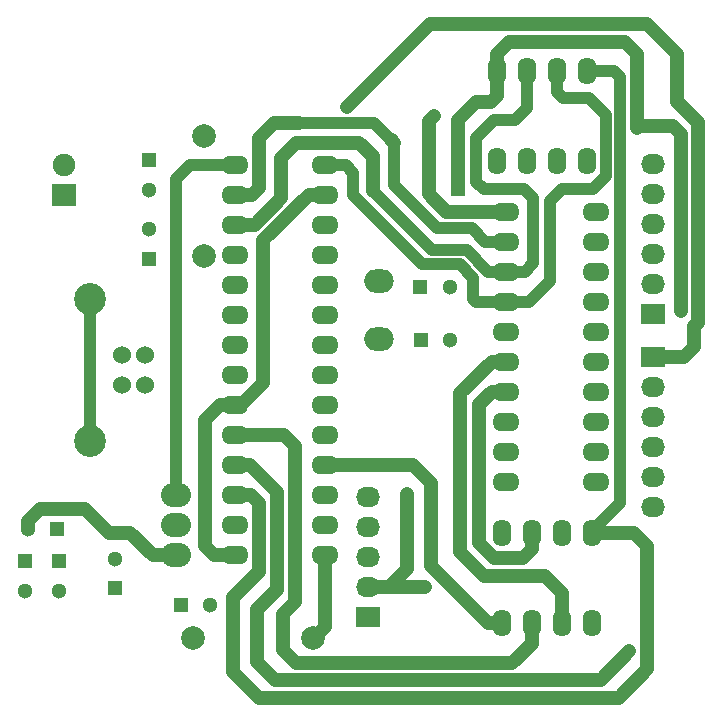
<source format=gbr>
G04 #@! TF.FileFunction,Copper,L1,Top,Signal*
%FSLAX46Y46*%
G04 Gerber Fmt 4.6, Leading zero omitted, Abs format (unit mm)*
G04 Created by KiCad (PCBNEW 4.0.6-e0-6349~53~ubuntu14.04.1) date Sun Apr 30 16:03:09 2017*
%MOMM*%
%LPD*%
G01*
G04 APERTURE LIST*
%ADD10C,0.100000*%
%ADD11R,1.300000X1.300000*%
%ADD12C,1.300000*%
%ADD13R,2.000000X1.900000*%
%ADD14C,1.900000*%
%ADD15C,1.524000*%
%ADD16C,2.700020*%
%ADD17R,2.032000X1.727200*%
%ADD18O,2.032000X1.727200*%
%ADD19C,1.998980*%
%ADD20O,2.300000X1.600000*%
%ADD21O,2.540000X2.032000*%
%ADD22O,1.600000X2.300000*%
%ADD23O,2.499360X1.998980*%
%ADD24C,1.200000*%
%ADD25C,1.200000*%
%ADD26C,1.000000*%
G04 APERTURE END LIST*
D10*
D11*
X114795300Y-117576600D03*
D12*
X117295300Y-117576600D03*
D11*
X114757200Y-113042700D03*
D12*
X117257200Y-113042700D03*
D11*
X117983000Y-104775000D03*
D12*
X115483000Y-104775000D03*
D11*
X91821000Y-110680500D03*
D12*
X91821000Y-108180500D03*
D11*
X94488000Y-139954000D03*
D12*
X96988000Y-139954000D03*
D11*
X91821000Y-102336600D03*
D12*
X91821000Y-104836600D03*
D11*
X88890000Y-138570000D03*
D12*
X88890000Y-136070000D03*
D11*
X81277460Y-136291320D03*
D12*
X81277460Y-138791320D03*
D11*
X84015580Y-133581140D03*
D12*
X81515580Y-133581140D03*
D11*
X84201000Y-136271000D03*
D12*
X84201000Y-138771000D03*
D13*
X84582000Y-105283000D03*
D14*
X84582000Y-102743000D03*
D15*
X91480000Y-118810000D03*
X91480000Y-121350000D03*
X89481020Y-121350000D03*
X89481020Y-118810000D03*
D16*
X86781000Y-114080520D03*
X86781000Y-126079480D03*
D17*
X110307120Y-140985240D03*
D18*
X110307120Y-138445240D03*
X110307120Y-135905240D03*
X110307120Y-133365240D03*
X110307120Y-130825240D03*
D17*
X134467600Y-115364260D03*
D18*
X134467600Y-112824260D03*
X134467600Y-110284260D03*
X134467600Y-107744260D03*
X134467600Y-105204260D03*
X134467600Y-102664260D03*
D17*
X134439660Y-118968520D03*
D18*
X134439660Y-121508520D03*
X134439660Y-124048520D03*
X134439660Y-126588520D03*
X134439660Y-129128520D03*
X134439660Y-131668520D03*
D19*
X95504000Y-142748000D03*
X105664000Y-142748000D03*
X96469200Y-100228400D03*
X96469200Y-110388400D03*
D20*
X106680000Y-135750000D03*
X106680000Y-133210000D03*
X106680000Y-130670000D03*
X106680000Y-128130000D03*
X106680000Y-125590000D03*
X106680000Y-123050000D03*
X106680000Y-120510000D03*
X106680000Y-117970000D03*
X106680000Y-115430000D03*
X106680000Y-112890000D03*
X106680000Y-110350000D03*
X106680000Y-107810000D03*
X106680000Y-105270000D03*
X106680000Y-102730000D03*
X99060000Y-102730000D03*
X99060000Y-105270000D03*
X99060000Y-107810000D03*
X99060000Y-110350000D03*
X99060000Y-112890000D03*
X99060000Y-115430000D03*
X99060000Y-117970000D03*
X99060000Y-120510000D03*
X99060000Y-123050000D03*
X99060000Y-125590000D03*
X99060000Y-128130000D03*
X99060000Y-130670000D03*
X99060000Y-133210000D03*
X99060000Y-135750000D03*
D21*
X94070000Y-133240000D03*
X94070000Y-135780000D03*
X94070000Y-130700000D03*
D22*
X128905000Y-94742000D03*
X126365000Y-94742000D03*
X123825000Y-94742000D03*
X121285000Y-94742000D03*
X121285000Y-102362000D03*
X123825000Y-102362000D03*
X126365000Y-102362000D03*
X128905000Y-102362000D03*
X129286000Y-133858000D03*
X126746000Y-133858000D03*
X124206000Y-133858000D03*
X121666000Y-133858000D03*
X121666000Y-141478000D03*
X124206000Y-141478000D03*
X126746000Y-141478000D03*
X129286000Y-141478000D03*
D20*
X129616200Y-129527300D03*
X129616200Y-126987300D03*
X129616200Y-124447300D03*
X129616200Y-121907300D03*
X129616200Y-119367300D03*
X129616200Y-116827300D03*
X129616200Y-114287300D03*
X129616200Y-111747300D03*
X129616200Y-109207300D03*
X129616200Y-106667300D03*
X121996200Y-106667300D03*
X121996200Y-109207300D03*
X121996200Y-111747300D03*
X121996200Y-114287300D03*
X121996200Y-116827300D03*
X121996200Y-119367300D03*
X121996200Y-121907300D03*
X121996200Y-124447300D03*
X121996200Y-126987300D03*
X121996200Y-129527300D03*
D23*
X111290100Y-117464840D03*
X111290100Y-112582960D03*
D24*
X136794240Y-115112800D03*
X133096000Y-99568000D03*
X113665000Y-130556000D03*
X115189000Y-138430000D03*
X115951000Y-98552000D03*
X108585000Y-97802700D03*
X112369600Y-100604320D03*
X132461000Y-143891000D03*
D25*
X136144000Y-99441000D02*
X136144000Y-99458780D01*
X133096000Y-99568000D02*
X133223000Y-99441000D01*
X133223000Y-99441000D02*
X136144000Y-99441000D01*
X136794240Y-100109020D02*
X136794240Y-115112800D01*
X136144000Y-99458780D02*
X136794240Y-100109020D01*
X133096000Y-99568000D02*
X133096000Y-93345000D01*
X121285000Y-93345000D02*
X121285000Y-94742000D01*
X122301000Y-92329000D02*
X121285000Y-93345000D01*
X132080000Y-92329000D02*
X122301000Y-92329000D01*
X133096000Y-93345000D02*
X132080000Y-92329000D01*
X117983000Y-104775000D02*
X117983000Y-98933000D01*
X117983000Y-98933000D02*
X119507000Y-97409000D01*
X119507000Y-97409000D02*
X120777000Y-97409000D01*
X120777000Y-97409000D02*
X121285000Y-96901000D01*
X121285000Y-96901000D02*
X121285000Y-94742000D01*
X106680000Y-105270000D02*
X105296000Y-105270000D01*
X101473000Y-121158000D02*
X99581000Y-123050000D01*
X101473000Y-109093000D02*
X101473000Y-121158000D01*
X105296000Y-105270000D02*
X101473000Y-109093000D01*
X99581000Y-123050000D02*
X99060000Y-123050000D01*
X110307120Y-138445240D02*
X112125760Y-138445240D01*
X113665000Y-136906000D02*
X113665000Y-130556000D01*
X112125760Y-138445240D02*
X113665000Y-136906000D01*
X115173760Y-138445240D02*
X110307120Y-138445240D01*
X115173760Y-138445240D02*
X115189000Y-138430000D01*
X115483000Y-99020000D02*
X115483000Y-104775000D01*
X115951000Y-98552000D02*
X115483000Y-99020000D01*
X99060000Y-135750000D02*
X97269000Y-135750000D01*
X97803000Y-123050000D02*
X99060000Y-123050000D01*
X96520000Y-124333000D02*
X97803000Y-123050000D01*
X96520000Y-135001000D02*
X96520000Y-124333000D01*
X97269000Y-135750000D02*
X96520000Y-135001000D01*
X115483000Y-104775000D02*
X115483000Y-105196000D01*
X115483000Y-105196000D02*
X116954300Y-106667300D01*
X116954300Y-106667300D02*
X121996200Y-106667300D01*
X81515580Y-133581140D02*
X81515580Y-132860420D01*
X81515580Y-132860420D02*
X82550000Y-131826000D01*
X82550000Y-131826000D02*
X86360000Y-131826000D01*
X86360000Y-131826000D02*
X88392000Y-133858000D01*
X88392000Y-133858000D02*
X90170000Y-133858000D01*
X90170000Y-133858000D02*
X92092000Y-135780000D01*
X92092000Y-135780000D02*
X94070000Y-135780000D01*
D26*
X94070000Y-130700000D02*
X94070000Y-103923000D01*
X95263000Y-102730000D02*
X99060000Y-102730000D01*
X94070000Y-103923000D02*
X95263000Y-102730000D01*
X86781000Y-126079480D02*
X86781000Y-114080520D01*
D25*
X106680000Y-135750000D02*
X106680000Y-141859000D01*
X106680000Y-141859000D02*
X105537000Y-143002000D01*
X136514840Y-97370900D02*
X136514840Y-93334840D01*
X133985000Y-90805000D02*
X121285000Y-90805000D01*
X115582700Y-90805000D02*
X121285000Y-90805000D01*
X108585000Y-97802700D02*
X115582700Y-90805000D01*
X136514840Y-93334840D02*
X133985000Y-90805000D01*
X137922000Y-118110000D02*
X137922000Y-116387880D01*
X134439660Y-118968520D02*
X137063480Y-118968520D01*
X137063480Y-118968520D02*
X137922000Y-118110000D01*
X136514840Y-97370900D02*
X136514840Y-97287080D01*
X138242040Y-99098100D02*
X136514840Y-97370900D01*
X138242040Y-116067840D02*
X138242040Y-99098100D01*
X137922000Y-116387880D02*
X138242040Y-116067840D01*
X121666000Y-141478000D02*
X120523000Y-141478000D01*
X120523000Y-141478000D02*
X115697000Y-136652000D01*
X115697000Y-136652000D02*
X115697000Y-129667000D01*
X115697000Y-129667000D02*
X114160000Y-128130000D01*
X114160000Y-128130000D02*
X106680000Y-128130000D01*
X124206000Y-133858000D02*
X124206000Y-135255000D01*
X120789700Y-121907300D02*
X121996200Y-121907300D01*
X119761000Y-122936000D02*
X120789700Y-121907300D01*
X119761000Y-134747000D02*
X119761000Y-122936000D01*
X121031000Y-136017000D02*
X119761000Y-134747000D01*
X123444000Y-136017000D02*
X121031000Y-136017000D01*
X124206000Y-135255000D02*
X123444000Y-136017000D01*
X126746000Y-141478000D02*
X126746000Y-138938000D01*
X120789700Y-119367300D02*
X121996200Y-119367300D01*
X118110000Y-122047000D02*
X120789700Y-119367300D01*
X118110000Y-135509000D02*
X118110000Y-122047000D01*
X120142000Y-137541000D02*
X118110000Y-135509000D01*
X125349000Y-137541000D02*
X120142000Y-137541000D01*
X126746000Y-138938000D02*
X125349000Y-137541000D01*
D26*
X121043700Y-119367300D02*
X121996200Y-119367300D01*
X121996200Y-114287300D02*
X123964700Y-114287300D01*
X126365000Y-96520000D02*
X126365000Y-94742000D01*
X126873000Y-97028000D02*
X126365000Y-96520000D01*
X129032000Y-97028000D02*
X126873000Y-97028000D01*
X130498998Y-98494998D02*
X129032000Y-97028000D01*
X130498998Y-103632000D02*
X130498998Y-98494998D01*
X129355998Y-104775000D02*
X130498998Y-103632000D01*
X126746000Y-104775000D02*
X129355998Y-104775000D01*
X125730000Y-105791000D02*
X126746000Y-104775000D01*
X125730000Y-112522000D02*
X125730000Y-105791000D01*
X123964700Y-114287300D02*
X125730000Y-112522000D01*
X106680000Y-102730000D02*
X108445000Y-102730000D01*
X119494300Y-114287300D02*
X121996200Y-114287300D01*
X119253000Y-114046000D02*
X119494300Y-114287300D01*
X119253000Y-112268000D02*
X119253000Y-114046000D01*
X118110000Y-111125000D02*
X119253000Y-112268000D01*
X114935000Y-111125000D02*
X118110000Y-111125000D01*
X109093000Y-105283000D02*
X114935000Y-111125000D01*
X109093000Y-103378000D02*
X109093000Y-105283000D01*
X108445000Y-102730000D02*
X109093000Y-103378000D01*
D25*
X112288320Y-100604320D02*
X112522000Y-100838000D01*
X112369600Y-100604320D02*
X112288320Y-100604320D01*
X99060000Y-105270000D02*
X100470000Y-105270000D01*
X101092000Y-100457000D02*
X102362000Y-99187000D01*
D26*
X110871000Y-99187000D02*
X104521000Y-99187000D01*
X116205000Y-108077000D02*
X112522000Y-104394000D01*
X119126000Y-108077000D02*
X116205000Y-108077000D01*
X120256300Y-109207300D02*
X121996200Y-109207300D01*
X112522000Y-100838000D02*
X110871000Y-99187000D01*
X120256300Y-109207300D02*
X119126000Y-108077000D01*
X112522000Y-104394000D02*
X112522000Y-100838000D01*
D25*
X102362000Y-99187000D02*
X104521000Y-99187000D01*
X101092000Y-104648000D02*
X101092000Y-100457000D01*
X100470000Y-105270000D02*
X101092000Y-104648000D01*
X99060000Y-107810000D02*
X100724000Y-107810000D01*
X110767030Y-102004030D02*
X110767030Y-104925030D01*
X109601000Y-100838000D02*
X110767030Y-102004030D01*
X104267000Y-100838000D02*
X109601000Y-100838000D01*
X102997000Y-102108000D02*
X104267000Y-100838000D01*
X102997000Y-105537000D02*
X102997000Y-102108000D01*
X100724000Y-107810000D02*
X102997000Y-105537000D01*
D26*
X121996200Y-111747300D02*
X123583700Y-111747300D01*
X123825000Y-97917000D02*
X123825000Y-94742000D01*
X122809000Y-98933000D02*
X123825000Y-97917000D01*
X121031000Y-98933000D02*
X122809000Y-98933000D01*
X119507000Y-100457000D02*
X121031000Y-98933000D01*
X119507000Y-104140000D02*
X119507000Y-100457000D01*
X120142000Y-104775000D02*
X119507000Y-104140000D01*
X123571000Y-104775000D02*
X120142000Y-104775000D01*
X124333000Y-105537000D02*
X123571000Y-104775000D01*
X124333000Y-110998000D02*
X124333000Y-105537000D01*
X123583700Y-111747300D02*
X124333000Y-110998000D01*
X121996200Y-111747300D02*
X120510300Y-111747300D01*
X115766998Y-109924998D02*
X110767030Y-104925030D01*
X110767030Y-104925030D02*
X110744000Y-104902000D01*
X118687998Y-109924998D02*
X115766998Y-109924998D01*
X120510300Y-111747300D02*
X118687998Y-109924998D01*
D25*
X124206000Y-141478000D02*
X124206000Y-143256000D01*
X103238000Y-125590000D02*
X99060000Y-125590000D01*
X104140000Y-126492000D02*
X103238000Y-125590000D01*
X104140000Y-139700000D02*
X104140000Y-126492000D01*
X103124000Y-140716000D02*
X104140000Y-139700000D01*
X103124000Y-143764000D02*
X103124000Y-140716000D01*
X104263998Y-144903998D02*
X103124000Y-143764000D01*
X122558002Y-144903998D02*
X104263998Y-144903998D01*
X124206000Y-143256000D02*
X122558002Y-144903998D01*
X132461000Y-143891000D02*
X130048000Y-146304000D01*
X130048000Y-146304000D02*
X102489000Y-146304000D01*
X102489000Y-146304000D02*
X100965000Y-144780000D01*
X100965000Y-144780000D02*
X100965000Y-140335000D01*
X99060000Y-128130000D02*
X100317000Y-128130000D01*
X102616000Y-138684000D02*
X100965000Y-140335000D01*
X102616000Y-130429000D02*
X102616000Y-138684000D01*
X100317000Y-128130000D02*
X102616000Y-130429000D01*
X98933000Y-145288000D02*
X98933000Y-145669000D01*
X100444000Y-130670000D02*
X101092000Y-131318000D01*
X101092000Y-131318000D02*
X101092000Y-137160000D01*
X101092000Y-137160000D02*
X98933000Y-139319000D01*
X98933000Y-139319000D02*
X98933000Y-145288000D01*
X99060000Y-130670000D02*
X100444000Y-130670000D01*
X132842000Y-133858000D02*
X129286000Y-133858000D01*
X133985000Y-135001000D02*
X132842000Y-133858000D01*
X133985000Y-145415000D02*
X133985000Y-135001000D01*
X131572000Y-147828000D02*
X133985000Y-145415000D01*
X101092000Y-147828000D02*
X131572000Y-147828000D01*
X98933000Y-145669000D02*
X101092000Y-147828000D01*
D26*
X129286000Y-133731000D02*
X131699000Y-131318000D01*
X131191000Y-94742000D02*
X128905000Y-94742000D01*
X131699000Y-95250000D02*
X131191000Y-94742000D01*
X131699000Y-131318000D02*
X131699000Y-95250000D01*
X129286000Y-133858000D02*
X129286000Y-133731000D01*
M02*

</source>
